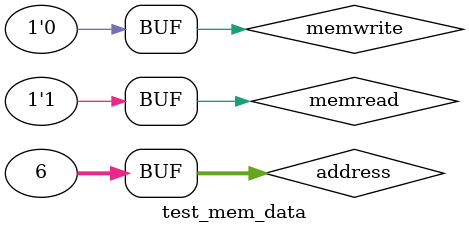
<source format=v>
`timescale 1ns / 1ps


module test_mem_data;

	// Inputs
	reg [31:0] address;
	reg memread;
	reg memwrite;
	

	// Outputs
	wire [31:0] readdata;

	// Bidirs
	wire [31:0] writedata;

	// Instantiate the Unit Under Test (UUT)
	data_mem uut (
		.address(address), 
		.writedata(writedata), 
		.memread(memread), 
		.memwrite(memwrite), 
		.readdata(readdata)
	);

	initial begin
		// Initialize Inputs
		address = 0;
		memread = 0;
		memwrite = 0;

		// Wait 100 ns for global reset to finish
		
		#1;
		
		memread =1;
		#1;
		memwrite =1;
		#1;
		address =1;
		#1;
		address =2;
		#1
		address =3;
		memwrite =0;
		#1
		address =4;
		
		#1
		address =5;
		#1
		address =6;
		end
		
        
		// Add stimulus here
		always@(address or memread or memwrite)begin
		#1
		$display("time=%0d\taddress=%0d\twritedata=%h\treaddata=%h",$time,address,writedata,readdata);
end

      
endmodule


</source>
